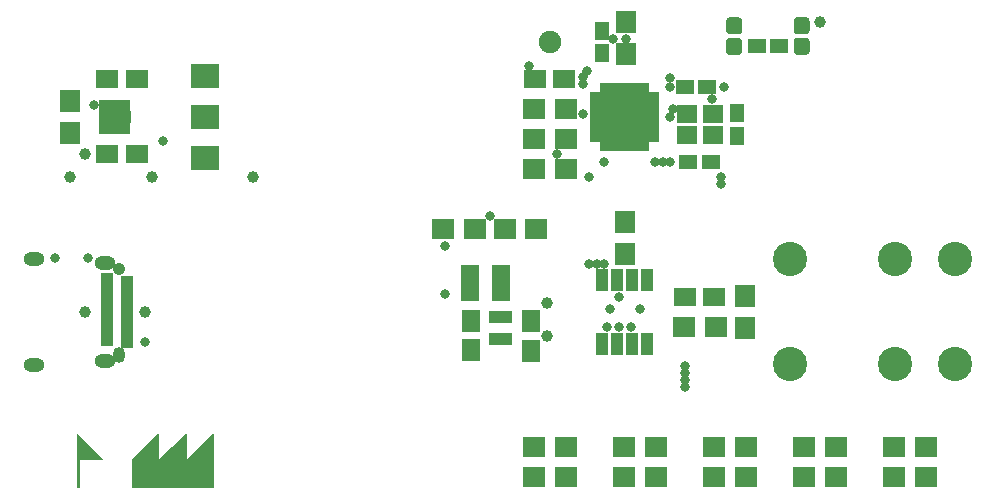
<source format=gbr>
G04 #@! TF.GenerationSoftware,KiCad,Pcbnew,(5.1.2)-1*
G04 #@! TF.CreationDate,2019-05-23T18:27:22+02:00*
G04 #@! TF.ProjectId,2018-03-08 Intercourse 01,32303138-2d30-4332-9d30-3820496e7465,rev?*
G04 #@! TF.SameCoordinates,Original*
G04 #@! TF.FileFunction,Soldermask,Top*
G04 #@! TF.FilePolarity,Negative*
%FSLAX46Y46*%
G04 Gerber Fmt 4.6, Leading zero omitted, Abs format (unit mm)*
G04 Created by KiCad (PCBNEW (5.1.2)-1) date 2019-05-23 18:27:22*
%MOMM*%
%LPD*%
G04 APERTURE LIST*
%ADD10R,1.900000X1.650000*%
%ADD11R,2.400000X2.100000*%
%ADD12R,1.650000X1.900000*%
%ADD13R,1.150000X1.600000*%
%ADD14R,1.600000X1.150000*%
%ADD15R,1.900000X1.700000*%
%ADD16O,1.800000X1.200000*%
%ADD17R,1.100000X0.700000*%
%ADD18O,1.050000X1.350000*%
%ADD19C,1.050000*%
%ADD20C,2.900000*%
%ADD21R,1.600000X3.100000*%
%ADD22R,1.700000X1.900000*%
%ADD23R,0.650000X1.100000*%
%ADD24R,1.600000X1.040000*%
%ADD25R,1.000000X1.950000*%
%ADD26R,1.100000X0.650000*%
%ADD27R,2.125000X2.125000*%
%ADD28R,1.800000X1.600000*%
%ADD29R,0.800000X1.100000*%
%ADD30C,1.900000*%
%ADD31C,0.100000*%
%ADD32C,1.350000*%
%ADD33C,1.000000*%
%ADD34C,0.800000*%
G04 APERTURE END LIST*
D10*
X121265000Y-88265000D03*
X118765000Y-88265000D03*
D11*
X127000000Y-81590000D03*
X127000000Y-85090000D03*
X127000000Y-88590000D03*
D12*
X149523701Y-102353393D03*
X149523701Y-104853393D03*
D10*
X121265000Y-81915000D03*
X118765000Y-81915000D03*
D12*
X154603701Y-102373393D03*
X154603701Y-104873393D03*
D13*
X172085000Y-84775000D03*
X172085000Y-86675000D03*
D14*
X167960000Y-88900000D03*
X169860000Y-88900000D03*
D10*
X167660000Y-100330000D03*
X170160000Y-100330000D03*
D14*
X169540000Y-82550000D03*
X167640000Y-82550000D03*
X173741000Y-79121000D03*
X175641000Y-79121000D03*
D10*
X157460000Y-81915000D03*
X154960000Y-81915000D03*
D13*
X160655000Y-79690000D03*
X160655000Y-77790000D03*
D15*
X154860000Y-115570000D03*
X157560000Y-115570000D03*
X162480000Y-115570000D03*
X165180000Y-115570000D03*
X170100000Y-115570000D03*
X172800000Y-115570000D03*
X177720000Y-115570000D03*
X180420000Y-115570000D03*
X185340000Y-115570000D03*
X188040000Y-115570000D03*
D16*
X118535000Y-97470000D03*
D17*
X120445000Y-98850000D03*
X120445000Y-99350000D03*
X120445000Y-99850000D03*
X120445000Y-100350000D03*
X120445000Y-100850000D03*
X120445000Y-101350000D03*
X120445000Y-101850000D03*
X120445000Y-104350000D03*
X120445000Y-103350000D03*
X120445000Y-102850000D03*
X120445000Y-102350000D03*
X120445000Y-103850000D03*
X118745000Y-104100000D03*
D16*
X118535000Y-105730000D03*
X112585000Y-106090000D03*
X112585000Y-97110000D03*
D18*
X119785000Y-105200000D03*
D19*
X119785000Y-98000000D03*
D17*
X118745000Y-103600000D03*
X118745000Y-103100000D03*
X118745000Y-102600000D03*
X118745000Y-102100000D03*
X118745000Y-101600000D03*
X118745000Y-101100000D03*
X118745000Y-100600000D03*
X118745000Y-100100000D03*
X118745000Y-99600000D03*
X118745000Y-99100000D03*
X118745000Y-98600000D03*
D20*
X176530000Y-106045000D03*
X185420000Y-97155000D03*
X185420000Y-106045000D03*
X190500000Y-106045000D03*
X190500000Y-97155000D03*
D21*
X152093701Y-99158393D03*
X149493701Y-99158393D03*
D22*
X115570000Y-86440000D03*
X115570000Y-83740000D03*
D15*
X149860000Y-94615000D03*
X147160000Y-94615000D03*
X152400000Y-94615000D03*
X155100000Y-94615000D03*
X170260000Y-102870000D03*
X167560000Y-102870000D03*
D22*
X172720000Y-102950000D03*
X172720000Y-100250000D03*
X162687000Y-77089000D03*
X162687000Y-79789000D03*
X162560000Y-96680000D03*
X162560000Y-93980000D03*
D15*
X154860000Y-113030000D03*
X157560000Y-113030000D03*
X162480000Y-113030000D03*
X165180000Y-113030000D03*
X170100000Y-113030000D03*
X172800000Y-113030000D03*
X177720000Y-113030000D03*
X180420000Y-113030000D03*
X185340000Y-113030000D03*
X188040000Y-113030000D03*
X157560000Y-86995000D03*
X154860000Y-86995000D03*
X157560000Y-89535000D03*
X154860000Y-89535000D03*
X157560000Y-84455000D03*
X154860000Y-84455000D03*
D23*
X120380000Y-84192881D03*
X119880000Y-84192881D03*
X119380000Y-84192881D03*
X118880000Y-84192881D03*
X118380000Y-84192881D03*
X118380000Y-86042881D03*
X118880000Y-86042881D03*
X119380000Y-86042881D03*
X119880000Y-86042881D03*
X120380000Y-86042881D03*
D24*
X118780000Y-85117881D03*
X119980000Y-85117881D03*
D25*
X160655000Y-104300000D03*
X161925000Y-104300000D03*
X163195000Y-104300000D03*
X164465000Y-104300000D03*
X164465000Y-98900000D03*
X163195000Y-98900000D03*
X161925000Y-98900000D03*
X160655000Y-98900000D03*
D23*
X164310000Y-82690000D03*
X163810000Y-82690000D03*
X163310000Y-82690000D03*
X162810000Y-82690000D03*
X162310000Y-82690000D03*
X161810000Y-82690000D03*
X161310000Y-82690000D03*
X160810000Y-82690000D03*
D26*
X160160000Y-83340000D03*
X160160000Y-83840000D03*
X160160000Y-84340000D03*
X160160000Y-84840000D03*
X160160000Y-85340000D03*
X160160000Y-85840000D03*
X160160000Y-86340000D03*
X160160000Y-86840000D03*
D23*
X160810000Y-87490000D03*
X161310000Y-87490000D03*
X161810000Y-87490000D03*
X162310000Y-87490000D03*
X162810000Y-87490000D03*
X163310000Y-87490000D03*
X163810000Y-87490000D03*
X164310000Y-87490000D03*
D26*
X164960000Y-86840000D03*
X164960000Y-86340000D03*
X164960000Y-85840000D03*
X164960000Y-85340000D03*
X164960000Y-84840000D03*
X164960000Y-84340000D03*
X164960000Y-83840000D03*
X164960000Y-83340000D03*
D27*
X161697500Y-85952500D03*
X163422500Y-85952500D03*
X161697500Y-84227500D03*
X163422500Y-84227500D03*
D28*
X170010000Y-84875000D03*
X167810000Y-84875000D03*
X167810000Y-86575000D03*
X170010000Y-86575000D03*
D29*
X151413701Y-103918393D03*
X152063701Y-103918393D03*
X152713701Y-103918393D03*
X152713701Y-102018393D03*
X151413701Y-102018393D03*
X152063701Y-102018393D03*
D20*
X176530000Y-97155000D03*
D30*
X156210000Y-78740000D03*
D31*
G36*
X177916581Y-78369625D02*
G01*
X177949343Y-78374485D01*
X177981471Y-78382533D01*
X178012656Y-78393691D01*
X178042596Y-78407852D01*
X178071005Y-78424879D01*
X178097608Y-78444609D01*
X178122149Y-78466851D01*
X178144391Y-78491392D01*
X178164121Y-78517995D01*
X178181148Y-78546404D01*
X178195309Y-78576344D01*
X178206467Y-78607529D01*
X178214515Y-78639657D01*
X178219375Y-78672419D01*
X178221000Y-78705500D01*
X178221000Y-79480500D01*
X178219375Y-79513581D01*
X178214515Y-79546343D01*
X178206467Y-79578471D01*
X178195309Y-79609656D01*
X178181148Y-79639596D01*
X178164121Y-79668005D01*
X178144391Y-79694608D01*
X178122149Y-79719149D01*
X178097608Y-79741391D01*
X178071005Y-79761121D01*
X178042596Y-79778148D01*
X178012656Y-79792309D01*
X177981471Y-79803467D01*
X177949343Y-79811515D01*
X177916581Y-79816375D01*
X177883500Y-79818000D01*
X177208500Y-79818000D01*
X177175419Y-79816375D01*
X177142657Y-79811515D01*
X177110529Y-79803467D01*
X177079344Y-79792309D01*
X177049404Y-79778148D01*
X177020995Y-79761121D01*
X176994392Y-79741391D01*
X176969851Y-79719149D01*
X176947609Y-79694608D01*
X176927879Y-79668005D01*
X176910852Y-79639596D01*
X176896691Y-79609656D01*
X176885533Y-79578471D01*
X176877485Y-79546343D01*
X176872625Y-79513581D01*
X176871000Y-79480500D01*
X176871000Y-78705500D01*
X176872625Y-78672419D01*
X176877485Y-78639657D01*
X176885533Y-78607529D01*
X176896691Y-78576344D01*
X176910852Y-78546404D01*
X176927879Y-78517995D01*
X176947609Y-78491392D01*
X176969851Y-78466851D01*
X176994392Y-78444609D01*
X177020995Y-78424879D01*
X177049404Y-78407852D01*
X177079344Y-78393691D01*
X177110529Y-78382533D01*
X177142657Y-78374485D01*
X177175419Y-78369625D01*
X177208500Y-78368000D01*
X177883500Y-78368000D01*
X177916581Y-78369625D01*
X177916581Y-78369625D01*
G37*
D32*
X177546000Y-79093000D03*
D31*
G36*
X177916581Y-76619625D02*
G01*
X177949343Y-76624485D01*
X177981471Y-76632533D01*
X178012656Y-76643691D01*
X178042596Y-76657852D01*
X178071005Y-76674879D01*
X178097608Y-76694609D01*
X178122149Y-76716851D01*
X178144391Y-76741392D01*
X178164121Y-76767995D01*
X178181148Y-76796404D01*
X178195309Y-76826344D01*
X178206467Y-76857529D01*
X178214515Y-76889657D01*
X178219375Y-76922419D01*
X178221000Y-76955500D01*
X178221000Y-77730500D01*
X178219375Y-77763581D01*
X178214515Y-77796343D01*
X178206467Y-77828471D01*
X178195309Y-77859656D01*
X178181148Y-77889596D01*
X178164121Y-77918005D01*
X178144391Y-77944608D01*
X178122149Y-77969149D01*
X178097608Y-77991391D01*
X178071005Y-78011121D01*
X178042596Y-78028148D01*
X178012656Y-78042309D01*
X177981471Y-78053467D01*
X177949343Y-78061515D01*
X177916581Y-78066375D01*
X177883500Y-78068000D01*
X177208500Y-78068000D01*
X177175419Y-78066375D01*
X177142657Y-78061515D01*
X177110529Y-78053467D01*
X177079344Y-78042309D01*
X177049404Y-78028148D01*
X177020995Y-78011121D01*
X176994392Y-77991391D01*
X176969851Y-77969149D01*
X176947609Y-77944608D01*
X176927879Y-77918005D01*
X176910852Y-77889596D01*
X176896691Y-77859656D01*
X176885533Y-77828471D01*
X176877485Y-77796343D01*
X176872625Y-77763581D01*
X176871000Y-77730500D01*
X176871000Y-76955500D01*
X176872625Y-76922419D01*
X176877485Y-76889657D01*
X176885533Y-76857529D01*
X176896691Y-76826344D01*
X176910852Y-76796404D01*
X176927879Y-76767995D01*
X176947609Y-76741392D01*
X176969851Y-76716851D01*
X176994392Y-76694609D01*
X177020995Y-76674879D01*
X177049404Y-76657852D01*
X177079344Y-76643691D01*
X177110529Y-76632533D01*
X177142657Y-76624485D01*
X177175419Y-76619625D01*
X177208500Y-76618000D01*
X177883500Y-76618000D01*
X177916581Y-76619625D01*
X177916581Y-76619625D01*
G37*
D32*
X177546000Y-77343000D03*
D31*
G36*
X172201581Y-76647625D02*
G01*
X172234343Y-76652485D01*
X172266471Y-76660533D01*
X172297656Y-76671691D01*
X172327596Y-76685852D01*
X172356005Y-76702879D01*
X172382608Y-76722609D01*
X172407149Y-76744851D01*
X172429391Y-76769392D01*
X172449121Y-76795995D01*
X172466148Y-76824404D01*
X172480309Y-76854344D01*
X172491467Y-76885529D01*
X172499515Y-76917657D01*
X172504375Y-76950419D01*
X172506000Y-76983500D01*
X172506000Y-77758500D01*
X172504375Y-77791581D01*
X172499515Y-77824343D01*
X172491467Y-77856471D01*
X172480309Y-77887656D01*
X172466148Y-77917596D01*
X172449121Y-77946005D01*
X172429391Y-77972608D01*
X172407149Y-77997149D01*
X172382608Y-78019391D01*
X172356005Y-78039121D01*
X172327596Y-78056148D01*
X172297656Y-78070309D01*
X172266471Y-78081467D01*
X172234343Y-78089515D01*
X172201581Y-78094375D01*
X172168500Y-78096000D01*
X171493500Y-78096000D01*
X171460419Y-78094375D01*
X171427657Y-78089515D01*
X171395529Y-78081467D01*
X171364344Y-78070309D01*
X171334404Y-78056148D01*
X171305995Y-78039121D01*
X171279392Y-78019391D01*
X171254851Y-77997149D01*
X171232609Y-77972608D01*
X171212879Y-77946005D01*
X171195852Y-77917596D01*
X171181691Y-77887656D01*
X171170533Y-77856471D01*
X171162485Y-77824343D01*
X171157625Y-77791581D01*
X171156000Y-77758500D01*
X171156000Y-76983500D01*
X171157625Y-76950419D01*
X171162485Y-76917657D01*
X171170533Y-76885529D01*
X171181691Y-76854344D01*
X171195852Y-76824404D01*
X171212879Y-76795995D01*
X171232609Y-76769392D01*
X171254851Y-76744851D01*
X171279392Y-76722609D01*
X171305995Y-76702879D01*
X171334404Y-76685852D01*
X171364344Y-76671691D01*
X171395529Y-76660533D01*
X171427657Y-76652485D01*
X171460419Y-76647625D01*
X171493500Y-76646000D01*
X172168500Y-76646000D01*
X172201581Y-76647625D01*
X172201581Y-76647625D01*
G37*
D32*
X171831000Y-77371000D03*
D31*
G36*
X172201581Y-78397625D02*
G01*
X172234343Y-78402485D01*
X172266471Y-78410533D01*
X172297656Y-78421691D01*
X172327596Y-78435852D01*
X172356005Y-78452879D01*
X172382608Y-78472609D01*
X172407149Y-78494851D01*
X172429391Y-78519392D01*
X172449121Y-78545995D01*
X172466148Y-78574404D01*
X172480309Y-78604344D01*
X172491467Y-78635529D01*
X172499515Y-78667657D01*
X172504375Y-78700419D01*
X172506000Y-78733500D01*
X172506000Y-79508500D01*
X172504375Y-79541581D01*
X172499515Y-79574343D01*
X172491467Y-79606471D01*
X172480309Y-79637656D01*
X172466148Y-79667596D01*
X172449121Y-79696005D01*
X172429391Y-79722608D01*
X172407149Y-79747149D01*
X172382608Y-79769391D01*
X172356005Y-79789121D01*
X172327596Y-79806148D01*
X172297656Y-79820309D01*
X172266471Y-79831467D01*
X172234343Y-79839515D01*
X172201581Y-79844375D01*
X172168500Y-79846000D01*
X171493500Y-79846000D01*
X171460419Y-79844375D01*
X171427657Y-79839515D01*
X171395529Y-79831467D01*
X171364344Y-79820309D01*
X171334404Y-79806148D01*
X171305995Y-79789121D01*
X171279392Y-79769391D01*
X171254851Y-79747149D01*
X171232609Y-79722608D01*
X171212879Y-79696005D01*
X171195852Y-79667596D01*
X171181691Y-79637656D01*
X171170533Y-79606471D01*
X171162485Y-79574343D01*
X171157625Y-79541581D01*
X171156000Y-79508500D01*
X171156000Y-78733500D01*
X171157625Y-78700419D01*
X171162485Y-78667657D01*
X171170533Y-78635529D01*
X171181691Y-78604344D01*
X171195852Y-78574404D01*
X171212879Y-78545995D01*
X171232609Y-78519392D01*
X171254851Y-78494851D01*
X171279392Y-78472609D01*
X171305995Y-78452879D01*
X171334404Y-78435852D01*
X171364344Y-78421691D01*
X171395529Y-78410533D01*
X171427657Y-78402485D01*
X171460419Y-78397625D01*
X171493500Y-78396000D01*
X172168500Y-78396000D01*
X172201581Y-78397625D01*
X172201581Y-78397625D01*
G37*
D32*
X171831000Y-79121000D03*
D33*
X116840000Y-88265000D03*
X115570000Y-90170000D03*
X161697500Y-85952500D03*
X163422500Y-85952500D03*
X163422500Y-84227500D03*
X161697500Y-84227500D03*
X155956000Y-103632000D03*
X155956000Y-100838000D03*
X121920000Y-101600000D03*
X116840000Y-101600000D03*
D34*
X166624000Y-84455000D03*
X161544000Y-78486000D03*
D33*
X179070000Y-77089000D03*
D34*
X159512000Y-90170000D03*
X160782000Y-88900000D03*
X170942000Y-82550000D03*
X147320000Y-96012090D03*
D33*
X131064000Y-90170000D03*
D34*
X147320000Y-100076000D03*
D33*
X122555000Y-90170000D03*
D34*
X169926000Y-83566000D03*
X166370000Y-85090000D03*
X166370000Y-88900000D03*
X166370000Y-81788000D03*
X117602000Y-84074000D03*
X123444000Y-87122000D03*
X117094000Y-97028000D03*
X114300000Y-97028000D03*
X170688000Y-90170000D03*
X165769997Y-88900000D03*
X170688000Y-90770003D03*
X165100000Y-88900000D03*
X154432000Y-80772000D03*
X156863761Y-88259937D03*
X159371432Y-81201536D03*
X151130000Y-93472000D03*
X166370000Y-82550000D03*
X162687000Y-78486000D03*
X159004118Y-81695977D03*
X167640000Y-107972069D03*
X159004000Y-82295978D03*
X167640000Y-107372056D03*
X167640000Y-106772043D03*
X159004000Y-84836000D03*
X167640000Y-106171936D03*
X159512000Y-97536000D03*
X161290000Y-101346000D03*
X161036000Y-102870000D03*
X163830000Y-101346000D03*
X162052000Y-102870000D03*
X163068000Y-102870000D03*
X160782000Y-97536000D03*
X162052000Y-100330000D03*
X160181997Y-97536000D03*
X121920000Y-104140000D03*
D31*
G36*
X125425000Y-114050000D02*
G01*
X125425961Y-114059755D01*
X125428806Y-114069134D01*
X125433427Y-114077779D01*
X125439645Y-114085355D01*
X125447221Y-114091573D01*
X125455866Y-114096194D01*
X125465245Y-114099039D01*
X125475000Y-114100000D01*
X125484755Y-114099039D01*
X125494134Y-114096194D01*
X125502779Y-114091573D01*
X125510162Y-114085548D01*
X127725000Y-111894784D01*
X127725000Y-116375000D01*
X120850000Y-116375000D01*
X120850000Y-114071030D01*
X123075000Y-111893880D01*
X123075000Y-114050000D01*
X123075961Y-114059755D01*
X123078806Y-114069134D01*
X123083427Y-114077779D01*
X123089645Y-114085355D01*
X123097221Y-114091573D01*
X123105866Y-114096194D01*
X123115245Y-114099039D01*
X123125000Y-114100000D01*
X123134755Y-114099039D01*
X123144134Y-114096194D01*
X123152779Y-114091573D01*
X123159777Y-114085924D01*
X125425000Y-111892995D01*
X125425000Y-114050000D01*
X125425000Y-114050000D01*
G37*
X125425000Y-114050000D02*
X125425961Y-114059755D01*
X125428806Y-114069134D01*
X125433427Y-114077779D01*
X125439645Y-114085355D01*
X125447221Y-114091573D01*
X125455866Y-114096194D01*
X125465245Y-114099039D01*
X125475000Y-114100000D01*
X125484755Y-114099039D01*
X125494134Y-114096194D01*
X125502779Y-114091573D01*
X125510162Y-114085548D01*
X127725000Y-111894784D01*
X127725000Y-116375000D01*
X120850000Y-116375000D01*
X120850000Y-114071030D01*
X123075000Y-111893880D01*
X123075000Y-114050000D01*
X123075961Y-114059755D01*
X123078806Y-114069134D01*
X123083427Y-114077779D01*
X123089645Y-114085355D01*
X123097221Y-114091573D01*
X123105866Y-114096194D01*
X123115245Y-114099039D01*
X123125000Y-114100000D01*
X123134755Y-114099039D01*
X123144134Y-114096194D01*
X123152779Y-114091573D01*
X123159777Y-114085924D01*
X125425000Y-111892995D01*
X125425000Y-114050000D01*
G36*
X118304290Y-114025000D02*
G01*
X116400000Y-114025000D01*
X116390245Y-114025961D01*
X116380866Y-114028806D01*
X116372221Y-114033427D01*
X116364645Y-114039645D01*
X116358427Y-114047221D01*
X116353806Y-114055866D01*
X116350961Y-114065245D01*
X116350000Y-114075000D01*
X116350000Y-116375000D01*
X116175000Y-116375000D01*
X116175000Y-111895710D01*
X118304290Y-114025000D01*
X118304290Y-114025000D01*
G37*
X118304290Y-114025000D02*
X116400000Y-114025000D01*
X116390245Y-114025961D01*
X116380866Y-114028806D01*
X116372221Y-114033427D01*
X116364645Y-114039645D01*
X116358427Y-114047221D01*
X116353806Y-114055866D01*
X116350961Y-114065245D01*
X116350000Y-114075000D01*
X116350000Y-116375000D01*
X116175000Y-116375000D01*
X116175000Y-111895710D01*
X118304290Y-114025000D01*
M02*

</source>
